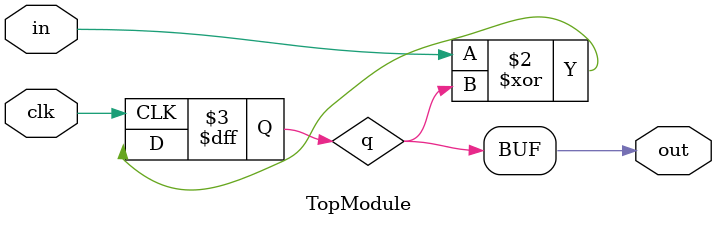
<source format=sv>

module TopModule (
  input clk,
  input in,
  output logic out
);
        reg q;

        always @(posedge clk) begin
            q <= in ^ q;
        end

        assign out = q;

endmodule
/*
Status: Error running testbench

Fail Messages:The testbench simulated, but had errors. Please fix the module. The output of iverilog is as follows:
VCD info: dumpfile wave.vcd opened for output.
./execute_environment/testbench.sv:16: $finish called at 501 (1ps)
Hint: Output 'out' has 1 mismatches. First mismatch occurred at time 5.
Hint: Total mismatched samples is 1 out of 100 samples

Simulation finished at 501 ps
Mismatches: 1 in 100 samples
*/

/*
Ambiguous Design Descriptions: Lack of initialization
*/
</source>
